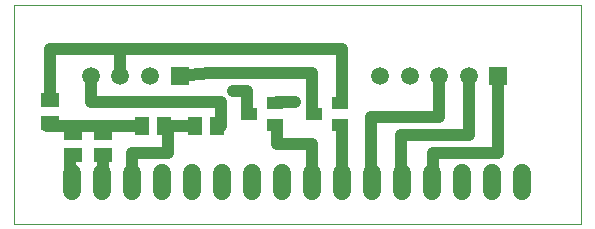
<source format=gtl>
G75*
%MOIN*%
%OFA0B0*%
%FSLAX25Y25*%
%IPPOS*%
%LPD*%
%AMOC8*
5,1,8,0,0,1.08239X$1,22.5*
%
%ADD10C,0.00000*%
%ADD11C,0.06000*%
%ADD12R,0.05937X0.05937*%
%ADD13C,0.05937*%
%ADD14R,0.05906X0.05118*%
%ADD15R,0.05118X0.05906*%
%ADD16R,0.05512X0.03937*%
%ADD17C,0.04000*%
%ADD18C,0.03569*%
D10*
X0001610Y0001000D02*
X0190586Y0001000D01*
X0190586Y0073835D01*
X0001610Y0073835D01*
X0001610Y0001000D01*
D11*
X0020783Y0011780D02*
X0020783Y0017780D01*
X0030783Y0017780D02*
X0030783Y0011780D01*
X0040783Y0011780D02*
X0040783Y0017780D01*
X0050783Y0017780D02*
X0050783Y0011780D01*
X0060783Y0011780D02*
X0060783Y0017780D01*
X0070783Y0017780D02*
X0070783Y0011780D01*
X0080783Y0011780D02*
X0080783Y0017780D01*
X0090783Y0017780D02*
X0090783Y0011780D01*
X0100783Y0011780D02*
X0100783Y0017780D01*
X0110783Y0017780D02*
X0110783Y0011780D01*
X0120783Y0011780D02*
X0120783Y0017780D01*
X0130783Y0017780D02*
X0130783Y0011780D01*
X0140783Y0011780D02*
X0140783Y0017780D01*
X0150783Y0017780D02*
X0150783Y0011780D01*
X0160783Y0011780D02*
X0160783Y0017780D01*
X0170783Y0017780D02*
X0170783Y0011780D01*
D12*
X0163027Y0050213D03*
X0056728Y0050213D03*
D13*
X0046885Y0050213D03*
X0037043Y0050213D03*
X0027200Y0050213D03*
X0123657Y0050213D03*
X0133500Y0050213D03*
X0143342Y0050213D03*
X0153185Y0050213D03*
D14*
X0031137Y0031315D03*
X0021295Y0031315D03*
X0013421Y0034661D03*
X0013421Y0042142D03*
X0021295Y0023835D03*
X0031137Y0023835D03*
D15*
X0044130Y0033480D03*
X0051610Y0033480D03*
X0061846Y0033480D03*
X0069326Y0033480D03*
D16*
X0079956Y0037417D03*
X0088618Y0033677D03*
X0101610Y0037417D03*
X0110271Y0041157D03*
X0110271Y0033677D03*
X0088618Y0041157D03*
D17*
X0089208Y0041354D02*
X0095114Y0041354D01*
X0101019Y0037417D02*
X0101019Y0051197D01*
X0066570Y0051197D01*
X0056728Y0050213D01*
X0056728Y0051197D01*
X0074445Y0045291D02*
X0079366Y0045291D01*
X0079366Y0037417D01*
X0070507Y0041354D02*
X0070507Y0033480D01*
X0060665Y0033480D02*
X0052791Y0033480D01*
X0052791Y0024622D01*
X0040980Y0024622D01*
X0040980Y0014780D01*
X0031137Y0014780D02*
X0031137Y0022654D01*
X0021295Y0023638D02*
X0020311Y0023638D01*
X0020311Y0014780D01*
X0012437Y0033480D02*
X0030153Y0033480D01*
X0029169Y0033480D02*
X0042948Y0033480D01*
X0027200Y0041354D02*
X0070507Y0041354D01*
X0089208Y0033480D02*
X0089208Y0027575D01*
X0101019Y0027575D01*
X0101019Y0014780D01*
X0110862Y0013795D02*
X0110862Y0033480D01*
X0120704Y0036433D02*
X0120704Y0012811D01*
X0130547Y0013795D02*
X0130547Y0030528D01*
X0153185Y0030528D01*
X0153185Y0050213D01*
X0162043Y0050213D02*
X0163027Y0050213D01*
X0163027Y0024622D01*
X0141374Y0024622D01*
X0141374Y0014780D01*
X0143342Y0036433D02*
X0120704Y0036433D01*
X0110862Y0041354D02*
X0110862Y0058087D01*
X0110862Y0059071D02*
X0110862Y0042339D01*
X0143342Y0036433D02*
X0143342Y0050213D01*
X0110862Y0059071D02*
X0037043Y0059071D01*
X0013421Y0059071D01*
X0013421Y0043323D01*
X0027200Y0041354D02*
X0027200Y0050213D01*
X0037043Y0050213D02*
X0037043Y0059071D01*
D18*
X0074445Y0045291D03*
X0095114Y0041354D03*
M02*

</source>
